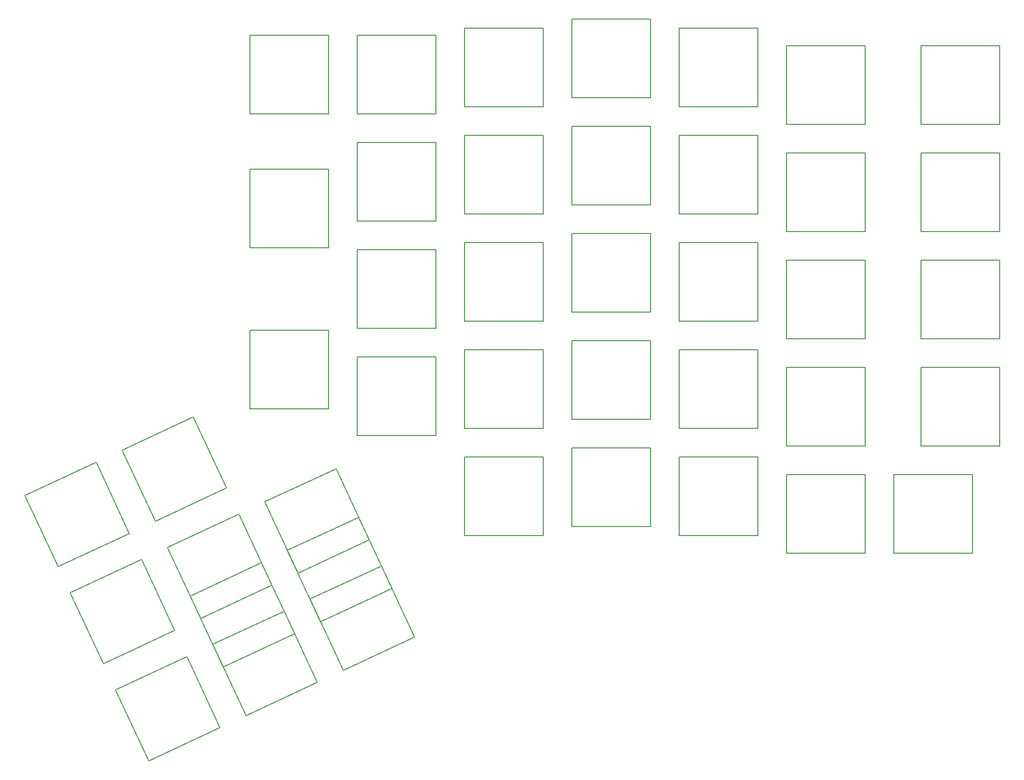
<source format=gbr>
G04 #@! TF.GenerationSoftware,KiCad,Pcbnew,(5.0.2)-1*
G04 #@! TF.CreationDate,2019-04-21T13:46:39+05:30*
G04 #@! TF.ProjectId,ErgodoxBle,4572676f-646f-4784-926c-652e6b696361,rev?*
G04 #@! TF.SameCoordinates,Original*
G04 #@! TF.FileFunction,Other,ECO2*
%FSLAX46Y46*%
G04 Gerber Fmt 4.6, Leading zero omitted, Abs format (unit mm)*
G04 Created by KiCad (PCBNEW (5.0.2)-1) date 4/21/2019 1:46:39 PM*
%MOMM*%
%LPD*%
G01*
G04 APERTURE LIST*
%ADD10C,0.152400*%
G04 APERTURE END LIST*
D10*
G04 #@! TO.C,SW3:13*
X184467500Y-98117660D02*
X198437500Y-98117660D01*
X198437500Y-98117660D02*
X198437500Y-112087660D01*
X198437500Y-112087660D02*
X184467500Y-112087660D01*
X184467500Y-112087660D02*
X184467500Y-98117660D01*
G04 #@! TO.C,SW2:13*
X184467500Y-117167660D02*
X198437500Y-117167660D01*
X198437500Y-117167660D02*
X198437500Y-131137660D01*
X198437500Y-131137660D02*
X184467500Y-131137660D01*
X184467500Y-131137660D02*
X184467500Y-117167660D01*
G04 #@! TO.C,SW0:7*
X25416392Y-139890129D02*
X38077511Y-133986152D01*
X38077511Y-133986152D02*
X43981488Y-146647271D01*
X43981488Y-146647271D02*
X31320369Y-152551248D01*
X31320369Y-152551248D02*
X25416392Y-139890129D01*
G04 #@! TO.C,SW0:8*
X42680772Y-131840869D02*
X55341891Y-125936892D01*
X55341891Y-125936892D02*
X61245868Y-138598011D01*
X61245868Y-138598011D02*
X48584749Y-144501988D01*
X48584749Y-144501988D02*
X42680772Y-131840869D01*
G04 #@! TO.C,SW0:9*
X39369629Y-169815628D02*
X33465652Y-157154509D01*
X52030748Y-163911651D02*
X39369629Y-169815628D01*
X46126771Y-151250532D02*
X52030748Y-163911651D01*
X33465652Y-157154509D02*
X46126771Y-151250532D01*
G04 #@! TO.C,SW0:10*
X90585408Y-156444051D02*
X77924289Y-162348028D01*
X84681431Y-143782932D02*
X90585408Y-156444051D01*
X72020312Y-149686909D02*
X84681431Y-143782932D01*
X77924289Y-162348028D02*
X72020312Y-149686909D01*
G04 #@! TO.C,SW0:11*
X60659909Y-170399828D02*
X54755932Y-157738709D01*
X54755932Y-157738709D02*
X67417051Y-151834732D01*
X67417051Y-151834732D02*
X73321028Y-164495851D01*
X73321028Y-164495851D02*
X60659909Y-170399828D01*
G04 #@! TO.C,SW0:12*
X47421429Y-187082548D02*
X41517452Y-174421429D01*
X60082548Y-181178571D02*
X47421429Y-187082548D01*
X54178571Y-168517452D02*
X60082548Y-181178571D01*
X41517452Y-174421429D02*
X54178571Y-168517452D01*
G04 #@! TO.C,SW1:9*
X103505000Y-133042660D02*
X117475000Y-133042660D01*
X117475000Y-133042660D02*
X117475000Y-147012660D01*
X117475000Y-147012660D02*
X103505000Y-147012660D01*
X103505000Y-147012660D02*
X103505000Y-133042660D01*
G04 #@! TO.C,SW1:10*
X122555000Y-145415000D02*
X122555000Y-131445000D01*
X136525000Y-145415000D02*
X122555000Y-145415000D01*
X136525000Y-131445000D02*
X136525000Y-145415000D01*
X122555000Y-131445000D02*
X136525000Y-131445000D01*
G04 #@! TO.C,SW1:11*
X141605000Y-133042660D02*
X155575000Y-133042660D01*
X155575000Y-133042660D02*
X155575000Y-147012660D01*
X155575000Y-147012660D02*
X141605000Y-147012660D01*
X141605000Y-147012660D02*
X141605000Y-133042660D01*
G04 #@! TO.C,SW1:12*
X160655000Y-150187660D02*
X160655000Y-136217660D01*
X174625000Y-150187660D02*
X160655000Y-150187660D01*
X174625000Y-136217660D02*
X174625000Y-150187660D01*
X160655000Y-136217660D02*
X174625000Y-136217660D01*
G04 #@! TO.C,SW1:13*
X179705000Y-150187660D02*
X179705000Y-136217660D01*
X193675000Y-150187660D02*
X179705000Y-150187660D01*
X193675000Y-136217660D02*
X193675000Y-150187660D01*
X179705000Y-136217660D02*
X193675000Y-136217660D01*
G04 #@! TO.C,SW2:7*
X79375000Y-124470160D02*
X65405000Y-124470160D01*
X79375000Y-110500160D02*
X79375000Y-124470160D01*
X65405000Y-110500160D02*
X79375000Y-110500160D01*
X65405000Y-124470160D02*
X65405000Y-110500160D01*
G04 #@! TO.C,SW2:8*
X84455000Y-129232660D02*
X84455000Y-115262660D01*
X98425000Y-129232660D02*
X84455000Y-129232660D01*
X98425000Y-115262660D02*
X98425000Y-129232660D01*
X84455000Y-115262660D02*
X98425000Y-115262660D01*
G04 #@! TO.C,SW2:9*
X103505000Y-113992660D02*
X117475000Y-113992660D01*
X117475000Y-113992660D02*
X117475000Y-127962660D01*
X117475000Y-127962660D02*
X103505000Y-127962660D01*
X103505000Y-127962660D02*
X103505000Y-113992660D01*
G04 #@! TO.C,SW2:10*
X122555000Y-126365000D02*
X122555000Y-112395000D01*
X136525000Y-126365000D02*
X122555000Y-126365000D01*
X136525000Y-112395000D02*
X136525000Y-126365000D01*
X122555000Y-112395000D02*
X136525000Y-112395000D01*
G04 #@! TO.C,SW2:11*
X141605000Y-127962660D02*
X141605000Y-113992660D01*
X155575000Y-127962660D02*
X141605000Y-127962660D01*
X155575000Y-113992660D02*
X155575000Y-127962660D01*
X141605000Y-113992660D02*
X155575000Y-113992660D01*
G04 #@! TO.C,SW2:12*
X160655000Y-131137660D02*
X160655000Y-117167660D01*
X174625000Y-131137660D02*
X160655000Y-131137660D01*
X174625000Y-117167660D02*
X174625000Y-131137660D01*
X160655000Y-117167660D02*
X174625000Y-117167660D01*
G04 #@! TO.C,SW3:8*
X84455000Y-96212660D02*
X98425000Y-96212660D01*
X98425000Y-96212660D02*
X98425000Y-110182660D01*
X98425000Y-110182660D02*
X84455000Y-110182660D01*
X84455000Y-110182660D02*
X84455000Y-96212660D01*
G04 #@! TO.C,SW3:9*
X103505000Y-94942660D02*
X117475000Y-94942660D01*
X117475000Y-94942660D02*
X117475000Y-108912660D01*
X117475000Y-108912660D02*
X103505000Y-108912660D01*
X103505000Y-108912660D02*
X103505000Y-94942660D01*
G04 #@! TO.C,SW3:10*
X122555000Y-93345000D02*
X136525000Y-93345000D01*
X136525000Y-93345000D02*
X136525000Y-107315000D01*
X136525000Y-107315000D02*
X122555000Y-107315000D01*
X122555000Y-107315000D02*
X122555000Y-93345000D01*
G04 #@! TO.C,SW3:11*
X141605000Y-108912660D02*
X141605000Y-94942660D01*
X155575000Y-108912660D02*
X141605000Y-108912660D01*
X155575000Y-94942660D02*
X155575000Y-108912660D01*
X141605000Y-94942660D02*
X155575000Y-94942660D01*
G04 #@! TO.C,SW3:12*
X160655000Y-98117660D02*
X174625000Y-98117660D01*
X174625000Y-98117660D02*
X174625000Y-112087660D01*
X174625000Y-112087660D02*
X160655000Y-112087660D01*
X160655000Y-112087660D02*
X160655000Y-98117660D01*
G04 #@! TO.C,SW4:7*
X79375000Y-95895160D02*
X65405000Y-95895160D01*
X79375000Y-81925160D02*
X79375000Y-95895160D01*
X65405000Y-81925160D02*
X79375000Y-81925160D01*
X65405000Y-95895160D02*
X65405000Y-81925160D01*
G04 #@! TO.C,SW4:8*
X84455000Y-77162660D02*
X98425000Y-77162660D01*
X98425000Y-77162660D02*
X98425000Y-91132660D01*
X98425000Y-91132660D02*
X84455000Y-91132660D01*
X84455000Y-91132660D02*
X84455000Y-77162660D01*
G04 #@! TO.C,SW4:9*
X103505000Y-89862660D02*
X103505000Y-75892660D01*
X117475000Y-89862660D02*
X103505000Y-89862660D01*
X117475000Y-75892660D02*
X117475000Y-89862660D01*
X103505000Y-75892660D02*
X117475000Y-75892660D01*
G04 #@! TO.C,SW4:10*
X122555000Y-88265000D02*
X122555000Y-74295000D01*
X136525000Y-88265000D02*
X122555000Y-88265000D01*
X136525000Y-74295000D02*
X136525000Y-88265000D01*
X122555000Y-74295000D02*
X136525000Y-74295000D01*
G04 #@! TO.C,SW4:11*
X141605000Y-75892660D02*
X155575000Y-75892660D01*
X155575000Y-75892660D02*
X155575000Y-89862660D01*
X155575000Y-89862660D02*
X141605000Y-89862660D01*
X141605000Y-89862660D02*
X141605000Y-75892660D01*
G04 #@! TO.C,SW4:12*
X160655000Y-93037660D02*
X160655000Y-79067660D01*
X174625000Y-93037660D02*
X160655000Y-93037660D01*
X174625000Y-79067660D02*
X174625000Y-93037660D01*
X160655000Y-79067660D02*
X174625000Y-79067660D01*
G04 #@! TO.C,SW4:13*
X184467500Y-93037660D02*
X184467500Y-79067660D01*
X198437500Y-93037660D02*
X184467500Y-93037660D01*
X198437500Y-79067660D02*
X198437500Y-93037660D01*
X184467500Y-79067660D02*
X198437500Y-79067660D01*
G04 #@! TO.C,SW5:7*
X65405000Y-72085200D02*
X65405000Y-58115200D01*
X79375000Y-72085200D02*
X65405000Y-72085200D01*
X79375000Y-58115200D02*
X79375000Y-72085200D01*
X65405000Y-58115200D02*
X79375000Y-58115200D01*
G04 #@! TO.C,SW5:8*
X84455000Y-58115200D02*
X98425000Y-58115200D01*
X98425000Y-58115200D02*
X98425000Y-72085200D01*
X98425000Y-72085200D02*
X84455000Y-72085200D01*
X84455000Y-72085200D02*
X84455000Y-58115200D01*
G04 #@! TO.C,SW5:9*
X103505000Y-70812660D02*
X103505000Y-56842660D01*
X117475000Y-70812660D02*
X103505000Y-70812660D01*
X117475000Y-56842660D02*
X117475000Y-70812660D01*
X103505000Y-56842660D02*
X117475000Y-56842660D01*
G04 #@! TO.C,SW5:10*
X122555000Y-55245000D02*
X136525000Y-55245000D01*
X136525000Y-55245000D02*
X136525000Y-69215000D01*
X136525000Y-69215000D02*
X122555000Y-69215000D01*
X122555000Y-69215000D02*
X122555000Y-55245000D01*
G04 #@! TO.C,SW5:11*
X141605000Y-70812660D02*
X141605000Y-56842660D01*
X155575000Y-70812660D02*
X141605000Y-70812660D01*
X155575000Y-56842660D02*
X155575000Y-70812660D01*
X141605000Y-56842660D02*
X155575000Y-56842660D01*
G04 #@! TO.C,SW5:12*
X160655000Y-60020200D02*
X174625000Y-60020200D01*
X174625000Y-60020200D02*
X174625000Y-73990200D01*
X174625000Y-73990200D02*
X160655000Y-73990200D01*
X160655000Y-73990200D02*
X160655000Y-60020200D01*
G04 #@! TO.C,SW5:13*
X184467500Y-60020200D02*
X198437500Y-60020200D01*
X198437500Y-60020200D02*
X198437500Y-73990200D01*
X198437500Y-73990200D02*
X184467500Y-73990200D01*
X184467500Y-73990200D02*
X184467500Y-60020200D01*
G04 #@! TO.C,SX0:10*
X94613848Y-165077511D02*
X81952729Y-170981488D01*
X81952729Y-170981488D02*
X76048752Y-158320369D01*
X76048752Y-158320369D02*
X88709871Y-152416392D01*
X88709871Y-152416392D02*
X94613848Y-165077511D01*
G04 #@! TO.C,SX0:11*
X71442951Y-160465652D02*
X77346928Y-173126771D01*
X58781832Y-166369629D02*
X71442951Y-160465652D01*
X64685809Y-179030748D02*
X58781832Y-166369629D01*
X77346928Y-173126771D02*
X64685809Y-179030748D01*
G04 #@! TO.C,SX1:7*
X56636549Y-161766368D02*
X50732572Y-149105249D01*
X69297668Y-155862391D02*
X56636549Y-161766368D01*
X63393691Y-143201272D02*
X69297668Y-155862391D01*
X50732572Y-149105249D02*
X63393691Y-143201272D01*
G04 #@! TO.C,SX1:8*
X67996952Y-141053449D02*
X80658071Y-135149472D01*
X80658071Y-135149472D02*
X86562048Y-147810591D01*
X86562048Y-147810591D02*
X73900929Y-153714568D01*
X73900929Y-153714568D02*
X67996952Y-141053449D01*
G04 #@! TD*
M02*

</source>
